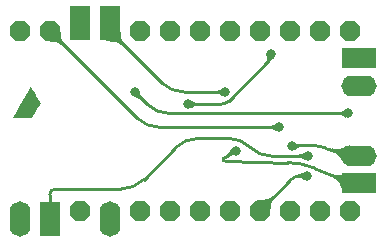
<source format=gbr>
%TF.GenerationSoftware,KiCad,Pcbnew,(6.0.9)*%
%TF.CreationDate,2022-11-13T21:00:24-06:00*%
%TF.ProjectId,melodyous-micro,6d656c6f-6479-46f7-9573-2d6d6963726f,rev?*%
%TF.SameCoordinates,Original*%
%TF.FileFunction,Copper,L2,Bot*%
%TF.FilePolarity,Positive*%
%FSLAX46Y46*%
G04 Gerber Fmt 4.6, Leading zero omitted, Abs format (unit mm)*
G04 Created by KiCad (PCBNEW (6.0.9)) date 2022-11-13 21:00:24*
%MOMM*%
%LPD*%
G01*
G04 APERTURE LIST*
G04 Aperture macros list*
%AMFreePoly0*
4,1,17,0.377620,0.861655,0.861655,0.377620,0.876300,0.342265,0.876300,-0.342265,0.861655,-0.377620,0.377620,-0.861655,0.342265,-0.876300,-0.342265,-0.876300,-0.377620,-0.861655,-0.861655,-0.377620,-0.876300,-0.342265,-0.876300,0.342265,-0.861655,0.377620,-0.377620,0.861655,-0.342265,0.876300,0.342265,0.876300,0.377620,0.861655,0.377620,0.861655,$1*%
G04 Aperture macros list end*
%TA.AperFunction,ComponentPad*%
%ADD10R,3.000000X1.752600*%
%TD*%
%TA.AperFunction,ComponentPad*%
%ADD11O,3.000000X1.752600*%
%TD*%
%TA.AperFunction,ComponentPad*%
%ADD12O,1.752600X3.000000*%
%TD*%
%TA.AperFunction,ComponentPad*%
%ADD13R,1.752600X3.000000*%
%TD*%
%TA.AperFunction,ComponentPad*%
%ADD14FreePoly0,0.000000*%
%TD*%
%TA.AperFunction,ViaPad*%
%ADD15C,0.800000*%
%TD*%
%TA.AperFunction,Conductor*%
%ADD16C,0.250000*%
%TD*%
G04 APERTURE END LIST*
%TO.C,G2\u002A\u002A\u002A*%
G36*
X108870561Y-70722772D02*
G01*
X108891065Y-70753319D01*
X108928301Y-70813463D01*
X108980090Y-70899532D01*
X109044252Y-71007857D01*
X109118607Y-71134766D01*
X109200975Y-71276590D01*
X109289176Y-71429658D01*
X109325910Y-71493667D01*
X109411295Y-71642581D01*
X109489343Y-71778878D01*
X109557954Y-71898882D01*
X109615030Y-71998914D01*
X109658471Y-72075299D01*
X109686178Y-72124357D01*
X109696051Y-72142413D01*
X109686815Y-72160286D01*
X109659794Y-72208942D01*
X109617201Y-72284475D01*
X109561250Y-72382986D01*
X109494156Y-72500579D01*
X109418131Y-72633354D01*
X109335390Y-72777413D01*
X108973573Y-73406445D01*
X108145390Y-73406445D01*
X108012421Y-73406391D01*
X107829744Y-73406029D01*
X107681467Y-73405217D01*
X107564145Y-73403830D01*
X107474329Y-73401744D01*
X107408573Y-73398833D01*
X107363430Y-73394972D01*
X107335453Y-73390037D01*
X107321194Y-73383903D01*
X107317208Y-73376445D01*
X107318881Y-73362712D01*
X107332208Y-73346397D01*
X107346947Y-73331879D01*
X107373912Y-73290392D01*
X107406454Y-73231397D01*
X107436253Y-73175161D01*
X107462850Y-73128211D01*
X107477496Y-73106445D01*
X107480174Y-73103517D01*
X107498909Y-73073835D01*
X107524055Y-73026445D01*
X107531820Y-73011192D01*
X107568777Y-72943561D01*
X107608359Y-72876445D01*
X107621730Y-72854632D01*
X107655392Y-72797944D01*
X107678582Y-72756445D01*
X107685330Y-72743828D01*
X107713437Y-72694231D01*
X107747618Y-72636445D01*
X107756941Y-72620746D01*
X107797211Y-72548484D01*
X107831307Y-72481445D01*
X107840061Y-72463778D01*
X107864712Y-72422812D01*
X107881926Y-72406445D01*
X107886943Y-72405140D01*
X107897207Y-72383019D01*
X107901952Y-72364455D01*
X107924699Y-72328019D01*
X107925403Y-72327194D01*
X107948705Y-72292838D01*
X107982489Y-72235253D01*
X108019699Y-72166445D01*
X108023702Y-72158751D01*
X108057409Y-72095284D01*
X108083722Y-72047931D01*
X108097239Y-72026445D01*
X108097875Y-72025758D01*
X108113638Y-72000387D01*
X108136377Y-71956445D01*
X108163517Y-71905584D01*
X108188542Y-71866445D01*
X108208187Y-71836508D01*
X108240488Y-71782117D01*
X108277472Y-71716445D01*
X108285738Y-71701389D01*
X108333791Y-71614108D01*
X108368786Y-71551294D01*
X108396039Y-71503627D01*
X108420867Y-71461784D01*
X108448589Y-71416445D01*
X108461871Y-71394604D01*
X108494917Y-71337931D01*
X108517207Y-71296445D01*
X108523845Y-71283458D01*
X108551593Y-71233963D01*
X108586056Y-71176445D01*
X108596427Y-71159428D01*
X108636783Y-71089497D01*
X108670360Y-71026445D01*
X108676795Y-71013688D01*
X108700882Y-70969374D01*
X108716197Y-70946445D01*
X108716936Y-70945716D01*
X108733656Y-70920312D01*
X108757208Y-70876445D01*
X108759107Y-70872658D01*
X108782124Y-70829688D01*
X108797176Y-70806445D01*
X108807750Y-70792257D01*
X108829387Y-70756445D01*
X108846594Y-70732343D01*
X108867512Y-70719658D01*
X108870561Y-70722772D01*
G37*
%TD*%
D10*
%TO.P,J1,C*%
%TO.N,Net-(D1-Pad2)*%
X136660400Y-68320000D03*
D11*
%TO.P,J1,A*%
%TO.N,Net-(J1-PadA)*%
X136660400Y-70682000D03*
%TD*%
D12*
%TO.P,U1,24,RAW*%
%TO.N,Net-(JP1-Pad1)*%
X107910000Y-81900400D03*
D13*
%TO.P,U1,23,GND*%
%TO.N,Net-(ISOLATOR1-Pad5)*%
X110450000Y-81900400D03*
D14*
%TO.P,U1,22,RST*%
%TO.N,unconnected-(U1-Pad22)*%
X112990000Y-81240000D03*
D12*
%TO.P,U1,21,VCC*%
%TO.N,Net-(JP2-Pad1)*%
X115530000Y-81900400D03*
D14*
%TO.P,U1,20,A3/PF4*%
%TO.N,unconnected-(U1-Pad20)*%
X118070000Y-81240000D03*
%TO.P,U1,19,A2/PF5*%
%TO.N,unconnected-(U1-Pad19)*%
X120610000Y-81240000D03*
%TO.P,U1,18,A1/PF6*%
%TO.N,unconnected-(U1-Pad18)*%
X123150000Y-81240000D03*
%TO.P,U1,17,A0/PF7*%
%TO.N,unconnected-(U1-Pad17)*%
X125690000Y-81240000D03*
%TO.P,U1,16,15/PB1*%
%TO.N,Net-(MCP42010-Pad2)*%
X128230000Y-81240000D03*
%TO.P,U1,15,14/PB3*%
%TO.N,unconnected-(U1-Pad15)*%
X130770000Y-81240000D03*
%TO.P,U1,14,16/PB2*%
%TO.N,Net-(MCP42010-Pad3)*%
X133310000Y-81240000D03*
%TO.P,U1,13,10/PB6*%
%TO.N,Net-(MCP42010-Pad1)*%
X135850000Y-81240000D03*
%TO.P,U1,12,9/PB5*%
%TO.N,unconnected-(U1-Pad12)*%
X135850000Y-66000000D03*
%TO.P,U1,11,8/PB4*%
%TO.N,unconnected-(U1-Pad11)*%
X133310000Y-66000000D03*
%TO.P,U1,10,7/PE6*%
%TO.N,unconnected-(U1-Pad10)*%
X130770000Y-66000000D03*
%TO.P,U1,9,6/PD7*%
%TO.N,unconnected-(U1-Pad9)*%
X128230000Y-66000000D03*
%TO.P,U1,8,5/PC6*%
%TO.N,unconnected-(U1-Pad8)*%
X125690000Y-66000000D03*
%TO.P,U1,7,4/PD4*%
%TO.N,unconnected-(U1-Pad7)*%
X123150000Y-66000000D03*
%TO.P,U1,6,3/PD0*%
%TO.N,unconnected-(U1-Pad6)*%
X120610000Y-66000000D03*
%TO.P,U1,5,2/PD1*%
%TO.N,unconnected-(U1-Pad5)*%
X118070000Y-66000000D03*
D13*
%TO.P,U1,4,GND*%
%TO.N,Net-(ISOLATOR1-Pad5)*%
X115530000Y-65339600D03*
%TO.P,U1,3,GND*%
X112990000Y-65339600D03*
D14*
%TO.P,U1,2,RX1/PD2*%
%TO.N,Net-(ISOLATOR1-Pad6)*%
X110450000Y-66000000D03*
%TO.P,U1,1,TX0/PD3*%
%TO.N,unconnected-(U1-Pad1)*%
X107910000Y-66000000D03*
%TD*%
D11*
%TO.P,POTW1,2,Pin_2*%
%TO.N,Net-(MCP42010-Pad10)*%
X136660400Y-76568000D03*
D10*
%TO.P,POTW1,1,Pin_1*%
%TO.N,Net-(MCP42010-Pad9)*%
X136660400Y-78900000D03*
%TD*%
D15*
%TO.N,Net-(D1-Pad2)*%
X129190000Y-67970000D03*
X122212109Y-72226218D03*
%TO.N,Net-(ISOLATOR1-Pad5)*%
X132305070Y-76607799D03*
X125340000Y-71200000D03*
%TO.N,Net-(ISOLATOR1-Pad6)*%
X129860000Y-74170000D03*
%TO.N,Net-(ISOLATOR1-Pad8)*%
X117690000Y-71220000D03*
X135730000Y-73000000D03*
%TO.N,Net-(MCP42010-Pad2)*%
X132270000Y-78290000D03*
%TO.N,Net-(MCP42010-Pad9)*%
X126200000Y-76160000D03*
%TO.N,Net-(MCP42010-Pad10)*%
X130960000Y-75800000D03*
%TD*%
D16*
%TO.N,Net-(D1-Pad2)*%
X125620852Y-71944452D02*
X129046703Y-68518601D01*
X129190000Y-67970000D02*
X129190000Y-68172652D01*
X124940608Y-72226218D02*
X122212109Y-72226218D01*
X129046688Y-68518586D02*
G75*
G03*
X129190000Y-68172652I-345988J345986D01*
G01*
X125620849Y-71944449D02*
G75*
G02*
X124940608Y-72226218I-680249J680249D01*
G01*
%TO.N,Net-(ISOLATOR1-Pad5)*%
X110450000Y-79877989D02*
X110450000Y-81240000D01*
X132305070Y-76607799D02*
X129226902Y-76607799D01*
X119933103Y-70403103D02*
X115530000Y-66000000D01*
X125610896Y-75110000D02*
X123036981Y-75110000D01*
X118416896Y-78603103D02*
X121113103Y-75906896D01*
X116493018Y-79400000D02*
X110927989Y-79400000D01*
X121856981Y-71200000D02*
X125340000Y-71200000D01*
X127418900Y-75858898D02*
G75*
G03*
X125610896Y-75110000I-1808000J-1808002D01*
G01*
X110927989Y-79399996D02*
G75*
G03*
X110590000Y-79540000I11J-478004D01*
G01*
X118416893Y-78603100D02*
G75*
G02*
X116493018Y-79400000I-1923893J1923900D01*
G01*
X121113107Y-75906900D02*
G75*
G02*
X123036981Y-75110000I1923893J-1923900D01*
G01*
X110449996Y-79877989D02*
G75*
G02*
X110590000Y-79540000I478004J-11D01*
G01*
X121856981Y-71200005D02*
G75*
G02*
X119933103Y-70403103I19J2720805D01*
G01*
X127418898Y-75858900D02*
G75*
G03*
X129226902Y-76607799I1808002J1808000D01*
G01*
%TO.N,Net-(ISOLATOR1-Pad6)*%
X117823103Y-73373103D02*
X110450000Y-66000000D01*
X129860000Y-74170000D02*
X119746981Y-74170000D01*
X119746981Y-74170005D02*
G75*
G02*
X117823103Y-73373103I19J2720805D01*
G01*
%TO.N,Net-(ISOLATOR1-Pad8)*%
X118673103Y-72203103D02*
X117690000Y-71220000D01*
X120596981Y-73000000D02*
X135730000Y-73000000D01*
X118673107Y-72203099D02*
G75*
G03*
X120596981Y-73000000I1923893J1923899D01*
G01*
%TO.N,Net-(MCP42010-Pad2)*%
X131725000Y-78290000D02*
X132270000Y-78290000D01*
X130794626Y-78675373D02*
X128230000Y-81240000D01*
X130794636Y-78675383D02*
G75*
G02*
X131725000Y-78290000I930364J-930317D01*
G01*
%TO.N,Net-(MCP42010-Pad9)*%
X130628645Y-77160526D02*
X125385541Y-77072608D01*
X126200000Y-76160000D02*
X125144577Y-76771967D01*
X132865242Y-77619291D02*
X136000000Y-78900000D01*
X125120003Y-76959997D02*
G75*
G03*
X125385541Y-77072608I271997J271997D01*
G01*
X132865242Y-77619291D02*
G75*
G03*
X130628645Y-77160527I-2340342J-5728409D01*
G01*
X125120039Y-76959961D02*
G75*
G02*
X125144577Y-76771967I84561J84561D01*
G01*
%TO.N,Net-(MCP42010-Pad10)*%
X130960000Y-75800000D02*
X131915000Y-75715000D01*
X133788420Y-75905232D02*
X136000000Y-76568000D01*
X131915001Y-75715016D02*
G75*
G02*
X133788420Y-75905232I442099J-4966484D01*
G01*
%TD*%
%TA.AperFunction,Conductor*%
%TO.N,Net-(MCP42010-Pad2)*%
G36*
X132101488Y-77935619D02*
G01*
X132372035Y-78195791D01*
X132461231Y-78281567D01*
X132464819Y-78289771D01*
X132461231Y-78298433D01*
X132310234Y-78443640D01*
X132101701Y-78644176D01*
X132093362Y-78647441D01*
X132088192Y-78646123D01*
X132015150Y-78608130D01*
X132014699Y-78607882D01*
X131943785Y-78566938D01*
X131943637Y-78566851D01*
X131905951Y-78544348D01*
X131879097Y-78528312D01*
X131818187Y-78493933D01*
X131758091Y-78465432D01*
X131728003Y-78455293D01*
X131696340Y-78444623D01*
X131696337Y-78444622D01*
X131695915Y-78444480D01*
X131628766Y-78432750D01*
X131553752Y-78431913D01*
X131467978Y-78443640D01*
X131409274Y-78458970D01*
X131379335Y-78466788D01*
X131370465Y-78465563D01*
X131365216Y-78458970D01*
X131297220Y-78242245D01*
X131298013Y-78233326D01*
X131304892Y-78227576D01*
X131406576Y-78195791D01*
X131502414Y-78165840D01*
X131584890Y-78139648D01*
X131584899Y-78139645D01*
X131657664Y-78115650D01*
X131724400Y-78092279D01*
X131724487Y-78092246D01*
X131724504Y-78092240D01*
X131750495Y-78082422D01*
X131788757Y-78067969D01*
X131788829Y-78067940D01*
X131788846Y-78067933D01*
X131821041Y-78054780D01*
X131854399Y-78041152D01*
X131924986Y-78010263D01*
X131928133Y-78008812D01*
X132004141Y-77973753D01*
X132004181Y-77973734D01*
X132088332Y-77933497D01*
X132097273Y-77933019D01*
X132101488Y-77935619D01*
G37*
%TD.AperFunction*%
%TD*%
%TA.AperFunction,Conductor*%
%TO.N,Net-(MCP42010-Pad2)*%
G36*
X129384287Y-79924647D02*
G01*
X129545353Y-80085713D01*
X129548780Y-80093986D01*
X129545770Y-80101819D01*
X129414926Y-80246975D01*
X129379880Y-80297319D01*
X129336662Y-80359404D01*
X129316813Y-80387917D01*
X129251201Y-80520232D01*
X129210420Y-80647763D01*
X129186802Y-80774351D01*
X129186780Y-80774557D01*
X129172679Y-80903836D01*
X129160400Y-81039871D01*
X129160359Y-81040254D01*
X129142295Y-81186456D01*
X129142164Y-81187275D01*
X129110699Y-81347563D01*
X129110444Y-81348605D01*
X129060188Y-81519353D01*
X129054566Y-81526321D01*
X129049196Y-81527747D01*
X128270361Y-81542973D01*
X127932347Y-81549581D01*
X127924008Y-81546316D01*
X127920420Y-81537654D01*
X127937809Y-80648116D01*
X127942252Y-80420806D01*
X127945840Y-80412603D01*
X127950646Y-80409812D01*
X128121388Y-80359557D01*
X128122438Y-80359300D01*
X128175352Y-80348912D01*
X128282736Y-80327832D01*
X128283529Y-80327705D01*
X128393424Y-80314127D01*
X128429744Y-80309640D01*
X128430127Y-80309599D01*
X128566162Y-80297319D01*
X128695647Y-80283196D01*
X128695843Y-80283159D01*
X128695846Y-80283159D01*
X128821882Y-80259644D01*
X128821884Y-80259643D01*
X128822235Y-80259578D01*
X128949766Y-80218797D01*
X129082081Y-80153185D01*
X129167723Y-80093568D01*
X129222723Y-80055281D01*
X129222725Y-80055280D01*
X129223023Y-80055072D01*
X129223286Y-80054835D01*
X129223291Y-80054831D01*
X129368180Y-79924229D01*
X129376620Y-79921236D01*
X129384287Y-79924647D01*
G37*
%TD.AperFunction*%
%TD*%
%TA.AperFunction,Conductor*%
%TO.N,Net-(MCP42010-Pad9)*%
G36*
X125876750Y-75938026D02*
G01*
X126361201Y-76056782D01*
X126368420Y-76062080D01*
X126369661Y-76071374D01*
X126232062Y-76550814D01*
X126226486Y-76557820D01*
X126221349Y-76559274D01*
X126170637Y-76561578D01*
X126151302Y-76562457D01*
X126150698Y-76562469D01*
X126081829Y-76562040D01*
X126081459Y-76562032D01*
X126019294Y-76559679D01*
X126019291Y-76559679D01*
X125961660Y-76557482D01*
X125961646Y-76557482D01*
X125961573Y-76557479D01*
X125961476Y-76557479D01*
X125945170Y-76557492D01*
X125906106Y-76557523D01*
X125905878Y-76557541D01*
X125905876Y-76557541D01*
X125850817Y-76561873D01*
X125850512Y-76561897D01*
X125805694Y-76570220D01*
X125792744Y-76572625D01*
X125792741Y-76572626D01*
X125792411Y-76572687D01*
X125729425Y-76591978D01*
X125729148Y-76592096D01*
X125659405Y-76621757D01*
X125659399Y-76621760D01*
X125659173Y-76621856D01*
X125658955Y-76621972D01*
X125658951Y-76621974D01*
X125589239Y-76659102D01*
X125580326Y-76659966D01*
X125573617Y-76654644D01*
X125537350Y-76592096D01*
X125459536Y-76457894D01*
X125458351Y-76449019D01*
X125463427Y-76442124D01*
X125530494Y-76399931D01*
X125591324Y-76353804D01*
X125639357Y-76308722D01*
X125639570Y-76308471D01*
X125677387Y-76263891D01*
X125677393Y-76263884D01*
X125677584Y-76263658D01*
X125708998Y-76217582D01*
X125736591Y-76169466D01*
X125743446Y-76156356D01*
X125763353Y-76118283D01*
X125763354Y-76118280D01*
X125792199Y-76063153D01*
X125792376Y-76062828D01*
X125826205Y-76002862D01*
X125826515Y-76002343D01*
X125864085Y-75943122D01*
X125871411Y-75937972D01*
X125876750Y-75938026D01*
G37*
%TD.AperFunction*%
%TD*%
%TA.AperFunction,Conductor*%
%TO.N,Net-(ISOLATOR1-Pad5)*%
G36*
X115601414Y-65697634D02*
G01*
X116349194Y-65712252D01*
X116357397Y-65715840D01*
X116360188Y-65720646D01*
X116410442Y-65891388D01*
X116410699Y-65892438D01*
X116442164Y-66052723D01*
X116442295Y-66053542D01*
X116460359Y-66199744D01*
X116460400Y-66200127D01*
X116472680Y-66336162D01*
X116486803Y-66465647D01*
X116510420Y-66592235D01*
X116551201Y-66719766D01*
X116616814Y-66852081D01*
X116714926Y-66993023D01*
X116715170Y-66993293D01*
X116715171Y-66993295D01*
X116845770Y-67138179D01*
X116848764Y-67146619D01*
X116845353Y-67154286D01*
X116684286Y-67315353D01*
X116676013Y-67318780D01*
X116668179Y-67315770D01*
X116667717Y-67315353D01*
X116523023Y-67184926D01*
X116382081Y-67086814D01*
X116249766Y-67021201D01*
X116122235Y-66980420D01*
X116121884Y-66980355D01*
X116121882Y-66980354D01*
X115995846Y-66956840D01*
X115995843Y-66956840D01*
X115995647Y-66956803D01*
X115866162Y-66942680D01*
X115730127Y-66930400D01*
X115729744Y-66930359D01*
X115693494Y-66925880D01*
X115583529Y-66912293D01*
X115582736Y-66912166D01*
X115475047Y-66891027D01*
X115422438Y-66880699D01*
X115421388Y-66880442D01*
X115250646Y-66830188D01*
X115243678Y-66824565D01*
X115242252Y-66819193D01*
X115240309Y-66719766D01*
X115224136Y-65892438D01*
X115220420Y-65702347D01*
X115223685Y-65694008D01*
X115232347Y-65690420D01*
X115601414Y-65697634D01*
G37*
%TD.AperFunction*%
%TD*%
%TA.AperFunction,Conductor*%
%TO.N,Net-(MCP42010-Pad10)*%
G36*
X135860921Y-75706290D02*
G01*
X135864723Y-75710343D01*
X136413729Y-76683184D01*
X136414811Y-76692071D01*
X136408888Y-76699338D01*
X135415334Y-77209904D01*
X135406409Y-77210638D01*
X135401672Y-77207730D01*
X135276438Y-77081259D01*
X135275714Y-77080457D01*
X135171982Y-76954278D01*
X135171478Y-76953619D01*
X135086209Y-76833462D01*
X135085992Y-76833144D01*
X135010723Y-76719319D01*
X135010716Y-76719309D01*
X135010666Y-76719233D01*
X134936811Y-76611942D01*
X134855972Y-76511706D01*
X134759575Y-76418781D01*
X134759218Y-76418528D01*
X134759213Y-76418524D01*
X134639409Y-76333677D01*
X134639407Y-76333676D01*
X134639050Y-76333423D01*
X134638659Y-76333225D01*
X134486142Y-76256051D01*
X134486136Y-76256049D01*
X134485821Y-76255889D01*
X134301780Y-76190170D01*
X134295142Y-76184160D01*
X134294507Y-76175792D01*
X134344059Y-76010445D01*
X134359896Y-75957597D01*
X134365554Y-75950656D01*
X134373878Y-75949590D01*
X134406690Y-75957597D01*
X134563729Y-75995919D01*
X134564100Y-75995961D01*
X134564103Y-75995962D01*
X134690596Y-76010430D01*
X134734345Y-76015434D01*
X134795760Y-76013352D01*
X134881511Y-76010445D01*
X134881513Y-76010445D01*
X134881950Y-76010430D01*
X134882377Y-76010350D01*
X134882379Y-76010350D01*
X135013207Y-75985902D01*
X135013209Y-75985902D01*
X135013565Y-75985835D01*
X135013907Y-75985725D01*
X135013913Y-75985724D01*
X135135993Y-75946648D01*
X135136005Y-75946644D01*
X135136207Y-75946579D01*
X135136407Y-75946498D01*
X135136412Y-75946496D01*
X135256897Y-75897589D01*
X135382470Y-75843873D01*
X135382827Y-75843727D01*
X135520110Y-75790274D01*
X135520893Y-75790001D01*
X135676920Y-75741669D01*
X135677966Y-75741397D01*
X135852118Y-75704645D01*
X135860921Y-75706290D01*
G37*
%TD.AperFunction*%
%TD*%
%TA.AperFunction,Conductor*%
%TO.N,Net-(ISOLATOR1-Pad5)*%
G36*
X125171703Y-70845826D02*
G01*
X125531231Y-71191567D01*
X125534819Y-71199771D01*
X125531231Y-71208433D01*
X125171703Y-71554174D01*
X125163365Y-71557439D01*
X125158191Y-71556119D01*
X125095994Y-71523736D01*
X125095465Y-71523443D01*
X125086739Y-71518311D01*
X125036061Y-71488503D01*
X125035785Y-71488333D01*
X124983190Y-71455118D01*
X124983188Y-71455115D01*
X124983187Y-71455116D01*
X124934437Y-71424310D01*
X124934427Y-71424304D01*
X124934359Y-71424261D01*
X124886352Y-71396476D01*
X124886150Y-71396379D01*
X124886144Y-71396376D01*
X124836339Y-71372506D01*
X124836064Y-71372374D01*
X124780389Y-71352564D01*
X124754557Y-71346563D01*
X124716524Y-71337728D01*
X124716521Y-71337728D01*
X124716222Y-71337658D01*
X124715913Y-71337620D01*
X124715909Y-71337619D01*
X124671886Y-71332162D01*
X124640461Y-71328266D01*
X124584870Y-71326259D01*
X124561278Y-71325407D01*
X124553134Y-71321684D01*
X124550000Y-71313715D01*
X124550000Y-71086285D01*
X124553427Y-71078012D01*
X124561278Y-71074593D01*
X124594212Y-71073403D01*
X124640461Y-71071733D01*
X124671886Y-71067837D01*
X124715909Y-71062380D01*
X124715913Y-71062379D01*
X124716222Y-71062341D01*
X124716521Y-71062271D01*
X124716524Y-71062271D01*
X124780070Y-71047509D01*
X124780068Y-71047509D01*
X124780389Y-71047435D01*
X124836064Y-71027625D01*
X124855766Y-71018182D01*
X124886144Y-71003623D01*
X124886150Y-71003620D01*
X124886352Y-71003523D01*
X124934359Y-70975738D01*
X124983187Y-70944883D01*
X125035785Y-70911666D01*
X125036061Y-70911496D01*
X125095465Y-70876556D01*
X125095994Y-70876263D01*
X125103879Y-70872158D01*
X125158191Y-70843881D01*
X125167111Y-70843100D01*
X125171703Y-70845826D01*
G37*
%TD.AperFunction*%
%TD*%
%TA.AperFunction,Conductor*%
%TO.N,Net-(ISOLATOR1-Pad5)*%
G36*
X132136773Y-76253625D02*
G01*
X132496301Y-76599366D01*
X132499889Y-76607570D01*
X132496301Y-76616232D01*
X132136773Y-76961973D01*
X132128435Y-76965238D01*
X132123261Y-76963918D01*
X132061064Y-76931535D01*
X132060535Y-76931242D01*
X132051809Y-76926110D01*
X132001131Y-76896302D01*
X132000855Y-76896132D01*
X131948260Y-76862917D01*
X131948258Y-76862914D01*
X131948257Y-76862915D01*
X131899507Y-76832109D01*
X131899497Y-76832103D01*
X131899429Y-76832060D01*
X131851422Y-76804275D01*
X131851220Y-76804178D01*
X131851214Y-76804175D01*
X131801409Y-76780305D01*
X131801134Y-76780173D01*
X131745459Y-76760363D01*
X131719627Y-76754362D01*
X131681594Y-76745527D01*
X131681591Y-76745527D01*
X131681292Y-76745457D01*
X131680983Y-76745419D01*
X131680979Y-76745418D01*
X131636956Y-76739961D01*
X131605531Y-76736065D01*
X131549940Y-76734058D01*
X131526348Y-76733206D01*
X131518204Y-76729483D01*
X131515070Y-76721514D01*
X131515070Y-76494084D01*
X131518497Y-76485811D01*
X131526348Y-76482392D01*
X131559282Y-76481202D01*
X131605531Y-76479532D01*
X131636956Y-76475636D01*
X131680979Y-76470179D01*
X131680983Y-76470178D01*
X131681292Y-76470140D01*
X131681591Y-76470070D01*
X131681594Y-76470070D01*
X131745140Y-76455308D01*
X131745138Y-76455308D01*
X131745459Y-76455234D01*
X131801134Y-76435424D01*
X131820836Y-76425981D01*
X131851214Y-76411422D01*
X131851220Y-76411419D01*
X131851422Y-76411322D01*
X131899429Y-76383537D01*
X131948257Y-76352682D01*
X132000855Y-76319465D01*
X132001131Y-76319295D01*
X132060535Y-76284355D01*
X132061064Y-76284062D01*
X132068949Y-76279957D01*
X132123261Y-76251680D01*
X132132181Y-76250899D01*
X132136773Y-76253625D01*
G37*
%TD.AperFunction*%
%TD*%
%TA.AperFunction,Conductor*%
%TO.N,Net-(MCP42010-Pad10)*%
G36*
X131109523Y-75429166D02*
G01*
X131117123Y-75432301D01*
X131174352Y-75455910D01*
X131174904Y-75456155D01*
X131237138Y-75485675D01*
X131237444Y-75485826D01*
X131255613Y-75495159D01*
X131292788Y-75514254D01*
X131292791Y-75514255D01*
X131344050Y-75540604D01*
X131344070Y-75540614D01*
X131344162Y-75540661D01*
X131394442Y-75564080D01*
X131446669Y-75583629D01*
X131457962Y-75586550D01*
X131503554Y-75598341D01*
X131503563Y-75598343D01*
X131503881Y-75598425D01*
X131504210Y-75598471D01*
X131504214Y-75598472D01*
X131568816Y-75607542D01*
X131568818Y-75607542D01*
X131569116Y-75607584D01*
X131625787Y-75609543D01*
X131645148Y-75610213D01*
X131645151Y-75610213D01*
X131645412Y-75610222D01*
X131724537Y-75606050D01*
X131732979Y-75609037D01*
X131736807Y-75616697D01*
X131755379Y-75825353D01*
X131756970Y-75843229D01*
X131754290Y-75851773D01*
X131746773Y-75855875D01*
X131668416Y-75865710D01*
X131668413Y-75865710D01*
X131668154Y-75865743D01*
X131667904Y-75865797D01*
X131667897Y-75865798D01*
X131593820Y-75881750D01*
X131593815Y-75881751D01*
X131593524Y-75881814D01*
X131593240Y-75881907D01*
X131593237Y-75881908D01*
X131572088Y-75888847D01*
X131530932Y-75902351D01*
X131496973Y-75917950D01*
X131477510Y-75926890D01*
X131477505Y-75926892D01*
X131477232Y-75927018D01*
X131476971Y-75927173D01*
X131476967Y-75927175D01*
X131429473Y-75955368D01*
X131429278Y-75955484D01*
X131383924Y-75987416D01*
X131383845Y-75987476D01*
X131383825Y-75987491D01*
X131338026Y-76022476D01*
X131338024Y-76022478D01*
X131288556Y-76060245D01*
X131288258Y-76060464D01*
X131232257Y-76100482D01*
X131231757Y-76100821D01*
X131172665Y-76138598D01*
X131163849Y-76140167D01*
X131159033Y-76137859D01*
X131112764Y-76100666D01*
X130770271Y-75825353D01*
X130765970Y-75817499D01*
X130768775Y-75808553D01*
X130941399Y-75610208D01*
X131096236Y-75432301D01*
X131104253Y-75428310D01*
X131109523Y-75429166D01*
G37*
%TD.AperFunction*%
%TD*%
%TA.AperFunction,Conductor*%
%TO.N,Net-(ISOLATOR1-Pad6)*%
G36*
X110521414Y-65697634D02*
G01*
X111269194Y-65712252D01*
X111277397Y-65715840D01*
X111280188Y-65720646D01*
X111330442Y-65891388D01*
X111330699Y-65892438D01*
X111362164Y-66052723D01*
X111362295Y-66053542D01*
X111380359Y-66199744D01*
X111380400Y-66200127D01*
X111392680Y-66336162D01*
X111406803Y-66465647D01*
X111430420Y-66592235D01*
X111471201Y-66719766D01*
X111536814Y-66852081D01*
X111634926Y-66993023D01*
X111635170Y-66993293D01*
X111635171Y-66993295D01*
X111765770Y-67138179D01*
X111768764Y-67146619D01*
X111765353Y-67154286D01*
X111604286Y-67315353D01*
X111596013Y-67318780D01*
X111588179Y-67315770D01*
X111587717Y-67315353D01*
X111443023Y-67184926D01*
X111302081Y-67086814D01*
X111169766Y-67021201D01*
X111042235Y-66980420D01*
X111041884Y-66980355D01*
X111041882Y-66980354D01*
X110915846Y-66956840D01*
X110915843Y-66956840D01*
X110915647Y-66956803D01*
X110786162Y-66942680D01*
X110650127Y-66930400D01*
X110649744Y-66930359D01*
X110613494Y-66925880D01*
X110503529Y-66912293D01*
X110502736Y-66912166D01*
X110395047Y-66891027D01*
X110342438Y-66880699D01*
X110341388Y-66880442D01*
X110170646Y-66830188D01*
X110163678Y-66824565D01*
X110162252Y-66819193D01*
X110160309Y-66719766D01*
X110144136Y-65892438D01*
X110140420Y-65702347D01*
X110143685Y-65694008D01*
X110152347Y-65690420D01*
X110521414Y-65697634D01*
G37*
%TD.AperFunction*%
%TD*%
%TA.AperFunction,Conductor*%
%TO.N,Net-(ISOLATOR1-Pad8)*%
G36*
X118059443Y-71088566D02*
G01*
X118067647Y-71092154D01*
X118070373Y-71096747D01*
X118091458Y-71163637D01*
X118091624Y-71164217D01*
X118108899Y-71230843D01*
X118108987Y-71231202D01*
X118122699Y-71291910D01*
X118122698Y-71291910D01*
X118122700Y-71291914D01*
X118135407Y-71348254D01*
X118149706Y-71401846D01*
X118149783Y-71402065D01*
X118149784Y-71402068D01*
X118168118Y-71454155D01*
X118168121Y-71454163D01*
X118168222Y-71454449D01*
X118193583Y-71507824D01*
X118193756Y-71508102D01*
X118193760Y-71508109D01*
X118228251Y-71563474D01*
X118228415Y-71563737D01*
X118228601Y-71563975D01*
X118228604Y-71563980D01*
X118275195Y-71623756D01*
X118275201Y-71623763D01*
X118275346Y-71623949D01*
X118289254Y-71638899D01*
X118329315Y-71681963D01*
X118332441Y-71690354D01*
X118329022Y-71698205D01*
X118168205Y-71859022D01*
X118159932Y-71862449D01*
X118151963Y-71859315D01*
X118121318Y-71830807D01*
X118093949Y-71805346D01*
X118093763Y-71805201D01*
X118093756Y-71805195D01*
X118033980Y-71758604D01*
X118033975Y-71758601D01*
X118033737Y-71758415D01*
X118033474Y-71758251D01*
X117978109Y-71723760D01*
X117978102Y-71723756D01*
X117977824Y-71723583D01*
X117924449Y-71698222D01*
X117924163Y-71698121D01*
X117924155Y-71698118D01*
X117872068Y-71679784D01*
X117872065Y-71679783D01*
X117871846Y-71679706D01*
X117818254Y-71665407D01*
X117761914Y-71652700D01*
X117761910Y-71652697D01*
X117761910Y-71652699D01*
X117701202Y-71638987D01*
X117700843Y-71638899D01*
X117634217Y-71621624D01*
X117633637Y-71621458D01*
X117566747Y-71600373D01*
X117559886Y-71594617D01*
X117558566Y-71589443D01*
X117548817Y-71090744D01*
X117552082Y-71082405D01*
X117560744Y-71078817D01*
X118059443Y-71088566D01*
G37*
%TD.AperFunction*%
%TD*%
%TA.AperFunction,Conductor*%
%TO.N,Net-(MCP42010-Pad9)*%
G36*
X135944761Y-78028887D02*
G01*
X135948154Y-78033287D01*
X136004733Y-78160980D01*
X136400676Y-79054586D01*
X136400894Y-79063538D01*
X136394297Y-79070200D01*
X135356094Y-79482461D01*
X135347140Y-79482329D01*
X135342706Y-79478978D01*
X135230267Y-79341007D01*
X135229624Y-79340139D01*
X135190029Y-79281180D01*
X135138548Y-79204519D01*
X135138126Y-79203842D01*
X135064850Y-79076004D01*
X135064676Y-79075688D01*
X135058234Y-79063538D01*
X135000688Y-78955015D01*
X134937535Y-78841095D01*
X134866751Y-78733522D01*
X134779776Y-78631725D01*
X134668054Y-78535130D01*
X134652990Y-78525578D01*
X134523330Y-78443357D01*
X134523321Y-78443352D01*
X134523026Y-78443165D01*
X134522700Y-78443012D01*
X134522697Y-78443010D01*
X134346189Y-78359985D01*
X134340161Y-78353363D01*
X134340338Y-78344974D01*
X134426487Y-78134109D01*
X134432787Y-78127747D01*
X134441175Y-78127489D01*
X134625668Y-78191931D01*
X134626005Y-78192003D01*
X134626012Y-78192005D01*
X134793189Y-78227738D01*
X134793195Y-78227739D01*
X134793603Y-78227826D01*
X134794024Y-78227852D01*
X134794028Y-78227853D01*
X134848873Y-78231302D01*
X134941002Y-78237096D01*
X134941432Y-78237058D01*
X134941437Y-78237058D01*
X135007964Y-78231185D01*
X135074376Y-78225322D01*
X135074739Y-78225243D01*
X135074742Y-78225243D01*
X135129222Y-78213455D01*
X135200235Y-78198089D01*
X135200446Y-78198026D01*
X135200451Y-78198025D01*
X135325038Y-78160996D01*
X135325069Y-78160987D01*
X135325091Y-78160980D01*
X135325106Y-78160975D01*
X135325133Y-78160967D01*
X135400039Y-78137176D01*
X135455271Y-78119635D01*
X135455611Y-78119532D01*
X135523727Y-78100343D01*
X135597438Y-78079577D01*
X135598244Y-78079381D01*
X135678907Y-78062718D01*
X135758209Y-78046337D01*
X135759264Y-78046169D01*
X135936160Y-78026400D01*
X135944761Y-78028887D01*
G37*
%TD.AperFunction*%
%TD*%
%TA.AperFunction,Conductor*%
%TO.N,Net-(ISOLATOR1-Pad8)*%
G36*
X135561703Y-72645826D02*
G01*
X135921231Y-72991567D01*
X135924819Y-72999771D01*
X135921231Y-73008433D01*
X135561703Y-73354174D01*
X135553365Y-73357439D01*
X135548191Y-73356119D01*
X135485994Y-73323736D01*
X135485465Y-73323443D01*
X135476739Y-73318311D01*
X135426061Y-73288503D01*
X135425785Y-73288333D01*
X135373190Y-73255118D01*
X135373188Y-73255115D01*
X135373187Y-73255116D01*
X135324437Y-73224310D01*
X135324427Y-73224304D01*
X135324359Y-73224261D01*
X135276352Y-73196476D01*
X135276150Y-73196379D01*
X135276144Y-73196376D01*
X135226339Y-73172506D01*
X135226064Y-73172374D01*
X135170389Y-73152564D01*
X135144557Y-73146563D01*
X135106524Y-73137728D01*
X135106521Y-73137728D01*
X135106222Y-73137658D01*
X135105913Y-73137620D01*
X135105909Y-73137619D01*
X135061886Y-73132162D01*
X135030461Y-73128266D01*
X134974870Y-73126259D01*
X134951278Y-73125407D01*
X134943134Y-73121684D01*
X134940000Y-73113715D01*
X134940000Y-72886285D01*
X134943427Y-72878012D01*
X134951278Y-72874593D01*
X134984212Y-72873403D01*
X135030461Y-72871733D01*
X135061886Y-72867837D01*
X135105909Y-72862380D01*
X135105913Y-72862379D01*
X135106222Y-72862341D01*
X135106521Y-72862271D01*
X135106524Y-72862271D01*
X135170070Y-72847509D01*
X135170068Y-72847509D01*
X135170389Y-72847435D01*
X135226064Y-72827625D01*
X135245766Y-72818182D01*
X135276144Y-72803623D01*
X135276150Y-72803620D01*
X135276352Y-72803523D01*
X135324359Y-72775738D01*
X135373187Y-72744883D01*
X135425785Y-72711666D01*
X135426061Y-72711496D01*
X135485465Y-72676556D01*
X135485994Y-72676263D01*
X135493879Y-72672158D01*
X135548191Y-72643881D01*
X135557111Y-72643100D01*
X135561703Y-72645826D01*
G37*
%TD.AperFunction*%
%TD*%
%TA.AperFunction,Conductor*%
%TO.N,Net-(ISOLATOR1-Pad6)*%
G36*
X129691703Y-73815826D02*
G01*
X130051231Y-74161567D01*
X130054819Y-74169771D01*
X130051231Y-74178433D01*
X129691703Y-74524174D01*
X129683365Y-74527439D01*
X129678191Y-74526119D01*
X129615994Y-74493736D01*
X129615465Y-74493443D01*
X129606739Y-74488311D01*
X129556061Y-74458503D01*
X129555785Y-74458333D01*
X129503190Y-74425118D01*
X129503188Y-74425115D01*
X129503187Y-74425116D01*
X129454437Y-74394310D01*
X129454427Y-74394304D01*
X129454359Y-74394261D01*
X129406352Y-74366476D01*
X129406150Y-74366379D01*
X129406144Y-74366376D01*
X129356339Y-74342506D01*
X129356064Y-74342374D01*
X129300389Y-74322564D01*
X129274557Y-74316563D01*
X129236524Y-74307728D01*
X129236521Y-74307728D01*
X129236222Y-74307658D01*
X129235913Y-74307620D01*
X129235909Y-74307619D01*
X129191886Y-74302162D01*
X129160461Y-74298266D01*
X129104870Y-74296259D01*
X129081278Y-74295407D01*
X129073134Y-74291684D01*
X129070000Y-74283715D01*
X129070000Y-74056285D01*
X129073427Y-74048012D01*
X129081278Y-74044593D01*
X129114212Y-74043403D01*
X129160461Y-74041733D01*
X129191886Y-74037837D01*
X129235909Y-74032380D01*
X129235913Y-74032379D01*
X129236222Y-74032341D01*
X129236521Y-74032271D01*
X129236524Y-74032271D01*
X129300070Y-74017509D01*
X129300068Y-74017509D01*
X129300389Y-74017435D01*
X129356064Y-73997625D01*
X129375766Y-73988182D01*
X129406144Y-73973623D01*
X129406150Y-73973620D01*
X129406352Y-73973523D01*
X129454359Y-73945738D01*
X129503187Y-73914883D01*
X129555785Y-73881666D01*
X129556061Y-73881496D01*
X129615465Y-73846556D01*
X129615994Y-73846263D01*
X129623879Y-73842158D01*
X129678191Y-73813881D01*
X129687111Y-73813100D01*
X129691703Y-73815826D01*
G37*
%TD.AperFunction*%
%TD*%
%TA.AperFunction,Conductor*%
%TO.N,Net-(D1-Pad2)*%
G36*
X129236557Y-67784904D02*
G01*
X129237325Y-67786208D01*
X129466439Y-68240154D01*
X129469043Y-68245314D01*
X129469711Y-68254244D01*
X129466904Y-68258826D01*
X129413241Y-68312901D01*
X129362421Y-68364967D01*
X129362378Y-68365012D01*
X129317912Y-68411312D01*
X129277242Y-68454213D01*
X129277179Y-68454280D01*
X129277153Y-68454307D01*
X129237946Y-68495935D01*
X129237940Y-68495942D01*
X129197534Y-68538774D01*
X129197498Y-68538811D01*
X129156759Y-68581616D01*
X129153554Y-68584984D01*
X129103529Y-68636846D01*
X129044986Y-68696634D01*
X128983728Y-68758298D01*
X128975469Y-68761751D01*
X128967157Y-68758324D01*
X128806376Y-68597543D01*
X128802949Y-68589270D01*
X128805800Y-68581616D01*
X128844864Y-68536457D01*
X128844866Y-68536454D01*
X128845207Y-68536060D01*
X128875257Y-68485144D01*
X128885272Y-68454280D01*
X128890950Y-68436779D01*
X128891157Y-68436141D01*
X128895235Y-68388092D01*
X128889818Y-68340041D01*
X128877232Y-68291028D01*
X128859804Y-68240097D01*
X128839897Y-68186382D01*
X128839822Y-68186173D01*
X128819840Y-68128955D01*
X128819643Y-68128337D01*
X128804091Y-68074359D01*
X128805094Y-68065461D01*
X128808757Y-68061444D01*
X129220305Y-67781803D01*
X129229073Y-67779987D01*
X129236557Y-67784904D01*
G37*
%TD.AperFunction*%
%TD*%
%TA.AperFunction,Conductor*%
%TO.N,Net-(D1-Pad2)*%
G36*
X122393917Y-71870099D02*
G01*
X122448937Y-71898744D01*
X122456114Y-71902481D01*
X122456643Y-71902774D01*
X122516047Y-71937714D01*
X122516323Y-71937884D01*
X122568918Y-71971099D01*
X122568920Y-71971102D01*
X122568921Y-71971101D01*
X122617749Y-72001956D01*
X122665756Y-72029741D01*
X122665958Y-72029838D01*
X122665964Y-72029841D01*
X122696342Y-72044400D01*
X122716044Y-72053843D01*
X122771719Y-72073653D01*
X122772040Y-72073727D01*
X122772038Y-72073727D01*
X122835584Y-72088489D01*
X122835587Y-72088489D01*
X122835886Y-72088559D01*
X122836195Y-72088597D01*
X122836199Y-72088598D01*
X122880222Y-72094055D01*
X122911647Y-72097951D01*
X122958177Y-72099631D01*
X122990831Y-72100811D01*
X122998975Y-72104534D01*
X123002109Y-72112503D01*
X123002109Y-72339933D01*
X122998682Y-72348206D01*
X122990831Y-72351625D01*
X122967650Y-72352462D01*
X122911647Y-72354484D01*
X122880222Y-72358380D01*
X122836199Y-72363837D01*
X122836195Y-72363838D01*
X122835886Y-72363876D01*
X122835587Y-72363946D01*
X122835584Y-72363946D01*
X122797551Y-72372781D01*
X122771719Y-72378782D01*
X122716044Y-72398592D01*
X122715769Y-72398724D01*
X122665964Y-72422594D01*
X122665958Y-72422597D01*
X122665756Y-72422694D01*
X122617749Y-72450479D01*
X122568921Y-72481334D01*
X122516323Y-72514551D01*
X122516047Y-72514721D01*
X122465369Y-72544529D01*
X122456643Y-72549661D01*
X122456114Y-72549954D01*
X122393918Y-72582337D01*
X122384998Y-72583118D01*
X122380407Y-72580393D01*
X122020878Y-72234651D01*
X122017290Y-72226447D01*
X122020878Y-72217785D01*
X122380406Y-71872044D01*
X122388745Y-71868779D01*
X122393917Y-71870099D01*
G37*
%TD.AperFunction*%
%TD*%
M02*

</source>
